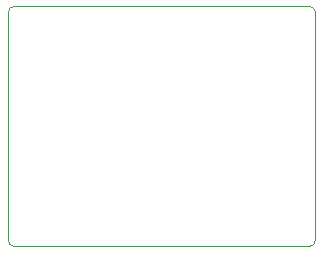
<source format=gm1>
G04 #@! TF.GenerationSoftware,KiCad,Pcbnew,9.0.0*
G04 #@! TF.CreationDate,2025-04-06T21:13:16-04:00*
G04 #@! TF.ProjectId,MiniCamel_riser,4d696e69-4361-46d6-956c-5f7269736572,2.1*
G04 #@! TF.SameCoordinates,PX16e3600PY6052340*
G04 #@! TF.FileFunction,Profile,NP*
%FSLAX46Y46*%
G04 Gerber Fmt 4.6, Leading zero omitted, Abs format (unit mm)*
G04 Created by KiCad (PCBNEW 9.0.0) date 2025-04-06 21:13:16*
%MOMM*%
%LPD*%
G01*
G04 APERTURE LIST*
G04 #@! TA.AperFunction,Profile*
%ADD10C,0.100000*%
G04 #@! TD*
G04 APERTURE END LIST*
D10*
X37520000Y13130000D02*
G75*
G02*
X38020000Y13630000I500000J0D01*
G01*
X63019596Y13630000D02*
X38020000Y13630000D01*
X63521191Y-6190397D02*
G75*
G02*
X63021191Y-6690391I-499991J-3D01*
G01*
X38019529Y-6690397D02*
X63021191Y-6690397D01*
X37519529Y13130000D02*
X37519529Y-6190397D01*
X63019596Y13630000D02*
G75*
G02*
X63519600Y13130000I104J-499900D01*
G01*
X38019529Y-6690397D02*
G75*
G02*
X37519603Y-6190397I71J499997D01*
G01*
X63521191Y-6190397D02*
X63521191Y13130000D01*
M02*

</source>
